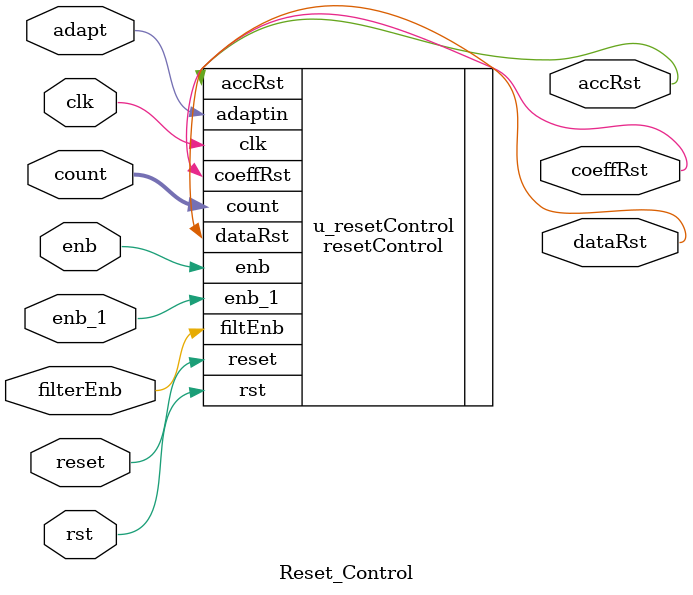
<source format=v>



// -------------------------------------------------------------
// 
// Module: Reset_Control
// Source Path: HDLFullySerialLMSModel/HDL LMS Algorithm/Filter/Reset Control
// Hierarchy Level: 2
// Model version: 6.2
// 
// -------------------------------------------------------------

`timescale 1 ns / 1 ns

module Reset_Control
          (clk,
           reset,
           enb,
           rst,
           count,
           filterEnb,
           enb_1,
           adapt,
           accRst,
           dataRst,
           coeffRst);


  input   clk;
  input   reset;
  input   enb;
  input   rst;
  input   [4:0] count;  // ufix5
  input   filterEnb;
  input   enb_1;
  input   adapt;
  output  accRst;
  output  dataRst;
  output  coeffRst;




  resetControl u_resetControl (.clk(clk),
                               .reset(reset),
                               .enb(enb),
                               .rst(rst),
                               .filtEnb(filterEnb),
                               .enb_1(enb_1),
                               .count(count),  // ufix5
                               .adaptin(adapt),
                               .accRst(accRst),
                               .dataRst(dataRst),
                               .coeffRst(coeffRst)
                               );

endmodule  // Reset_Control
</source>
